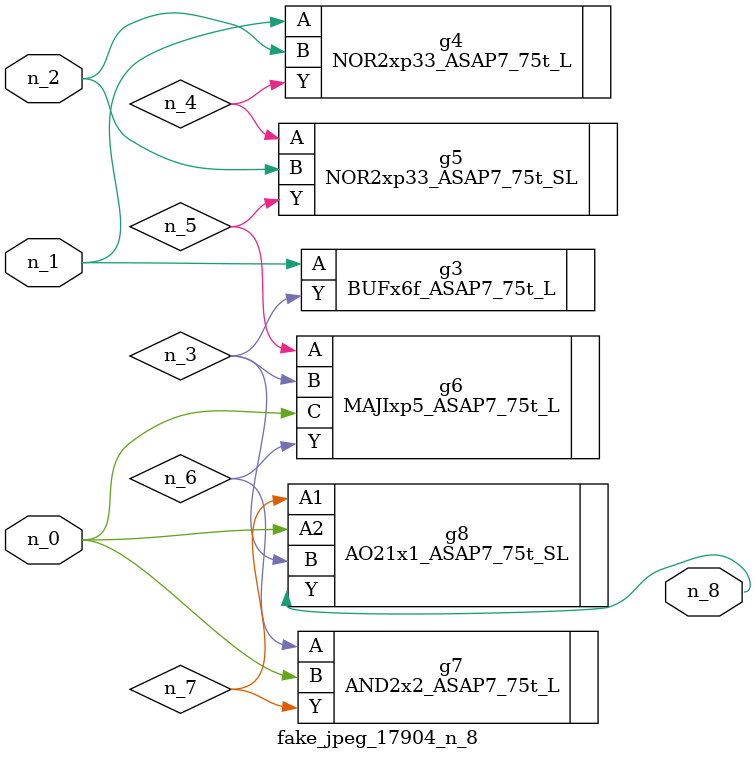
<source format=v>
module fake_jpeg_17904_n_8 (n_0, n_2, n_1, n_8);

input n_0;
input n_2;
input n_1;

output n_8;

wire n_3;
wire n_4;
wire n_6;
wire n_5;
wire n_7;

BUFx6f_ASAP7_75t_L g3 ( 
.A(n_1),
.Y(n_3)
);

NOR2xp33_ASAP7_75t_L g4 ( 
.A(n_1),
.B(n_2),
.Y(n_4)
);

NOR2xp33_ASAP7_75t_SL g5 ( 
.A(n_4),
.B(n_2),
.Y(n_5)
);

MAJIxp5_ASAP7_75t_L g6 ( 
.A(n_5),
.B(n_3),
.C(n_0),
.Y(n_6)
);

AND2x2_ASAP7_75t_L g7 ( 
.A(n_6),
.B(n_0),
.Y(n_7)
);

AO21x1_ASAP7_75t_SL g8 ( 
.A1(n_7),
.A2(n_0),
.B(n_3),
.Y(n_8)
);


endmodule
</source>
